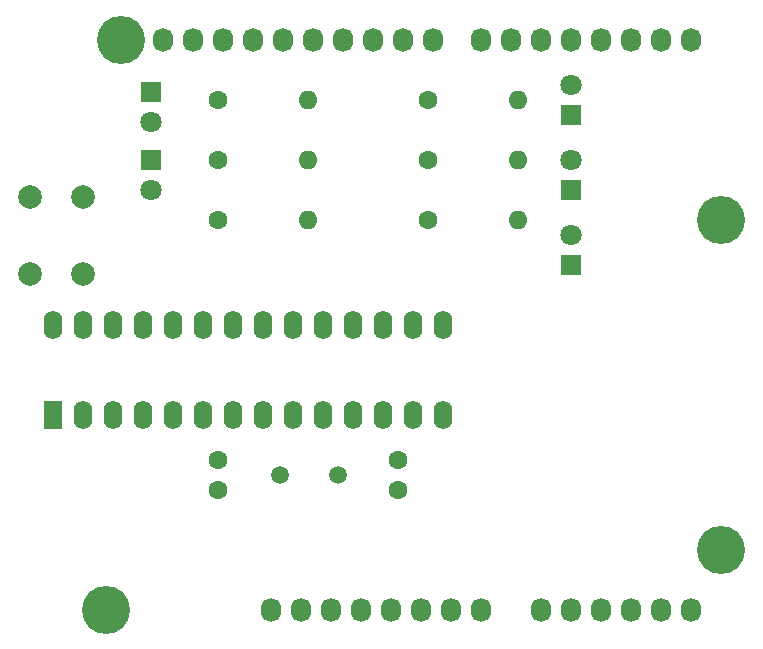
<source format=gbr>
G04 #@! TF.GenerationSoftware,KiCad,Pcbnew,(5.0.0)*
G04 #@! TF.CreationDate,2019-11-08T15:30:58-04:00*
G04 #@! TF.ProjectId,Nueva carpeta,4E7565766120636172706574612E6B69,rev?*
G04 #@! TF.SameCoordinates,Original*
G04 #@! TF.FileFunction,Soldermask,Top*
G04 #@! TF.FilePolarity,Negative*
%FSLAX46Y46*%
G04 Gerber Fmt 4.6, Leading zero omitted, Abs format (unit mm)*
G04 Created by KiCad (PCBNEW (5.0.0)) date 11/08/19 15:30:58*
%MOMM*%
%LPD*%
G01*
G04 APERTURE LIST*
%ADD10R,1.800000X1.800000*%
%ADD11C,1.800000*%
%ADD12C,1.600000*%
%ADD13O,1.600000X1.600000*%
%ADD14R,1.600000X2.400000*%
%ADD15O,1.600000X2.400000*%
%ADD16C,2.000000*%
%ADD17C,1.500000*%
%ADD18O,1.727200X2.032000*%
%ADD19C,4.064000*%
G04 APERTURE END LIST*
D10*
G04 #@! TO.C,D5*
X128778000Y-80010000D03*
D11*
X128778000Y-82550000D03*
G04 #@! TD*
D12*
G04 #@! TO.C,R6*
X134493000Y-80645000D03*
D13*
X142113000Y-80645000D03*
G04 #@! TD*
D14*
G04 #@! TO.C,U1*
X120523000Y-107315000D03*
D15*
X153543000Y-99695000D03*
X123063000Y-107315000D03*
X151003000Y-99695000D03*
X125603000Y-107315000D03*
X148463000Y-99695000D03*
X128143000Y-107315000D03*
X145923000Y-99695000D03*
X130683000Y-107315000D03*
X143383000Y-99695000D03*
X133223000Y-107315000D03*
X140843000Y-99695000D03*
X135763000Y-107315000D03*
X138303000Y-99695000D03*
X138303000Y-107315000D03*
X135763000Y-99695000D03*
X140843000Y-107315000D03*
X133223000Y-99695000D03*
X143383000Y-107315000D03*
X130683000Y-99695000D03*
X145923000Y-107315000D03*
X128143000Y-99695000D03*
X148463000Y-107315000D03*
X125603000Y-99695000D03*
X151003000Y-107315000D03*
X123063000Y-99695000D03*
X153543000Y-107315000D03*
X120523000Y-99695000D03*
G04 #@! TD*
D16*
G04 #@! TO.C,SW1*
X118563000Y-88900000D03*
X123063000Y-88900000D03*
X118563000Y-95400000D03*
X123063000Y-95400000D03*
G04 #@! TD*
D12*
G04 #@! TO.C,C1*
X149733000Y-113665000D03*
X149733000Y-111165000D03*
G04 #@! TD*
G04 #@! TO.C,C2*
X134493000Y-111165000D03*
X134493000Y-113665000D03*
G04 #@! TD*
D17*
G04 #@! TO.C,Y1*
X144653000Y-112395000D03*
X139773000Y-112395000D03*
G04 #@! TD*
D11*
G04 #@! TO.C,D1*
X128778000Y-88265000D03*
D10*
X128778000Y-85725000D03*
G04 #@! TD*
G04 #@! TO.C,D2*
X164338000Y-88265000D03*
D11*
X164338000Y-85725000D03*
G04 #@! TD*
G04 #@! TO.C,D3*
X164338000Y-79375000D03*
D10*
X164338000Y-81915000D03*
G04 #@! TD*
G04 #@! TO.C,D4*
X164338000Y-94615000D03*
D11*
X164338000Y-92075000D03*
G04 #@! TD*
D12*
G04 #@! TO.C,R1*
X134493000Y-90805000D03*
D13*
X142113000Y-90805000D03*
G04 #@! TD*
G04 #@! TO.C,R5*
X159893000Y-90805000D03*
D12*
X152273000Y-90805000D03*
G04 #@! TD*
G04 #@! TO.C,R2*
X134493000Y-85725000D03*
D13*
X142113000Y-85725000D03*
G04 #@! TD*
G04 #@! TO.C,R4*
X159893000Y-80645000D03*
D12*
X152273000Y-80645000D03*
G04 #@! TD*
G04 #@! TO.C,R3*
X152273000Y-85725000D03*
D13*
X159893000Y-85725000D03*
G04 #@! TD*
D18*
G04 #@! TO.C,P1*
X138938000Y-123825000D03*
X141478000Y-123825000D03*
X144018000Y-123825000D03*
X146558000Y-123825000D03*
X149098000Y-123825000D03*
X151638000Y-123825000D03*
X154178000Y-123825000D03*
X156718000Y-123825000D03*
G04 #@! TD*
G04 #@! TO.C,P2*
X161798000Y-123825000D03*
X164338000Y-123825000D03*
X166878000Y-123825000D03*
X169418000Y-123825000D03*
X171958000Y-123825000D03*
X174498000Y-123825000D03*
G04 #@! TD*
G04 #@! TO.C,P3*
X129794000Y-75565000D03*
X132334000Y-75565000D03*
X134874000Y-75565000D03*
X137414000Y-75565000D03*
X139954000Y-75565000D03*
X142494000Y-75565000D03*
X145034000Y-75565000D03*
X147574000Y-75565000D03*
X150114000Y-75565000D03*
X152654000Y-75565000D03*
G04 #@! TD*
G04 #@! TO.C,P4*
X156718000Y-75565000D03*
X159258000Y-75565000D03*
X161798000Y-75565000D03*
X164338000Y-75565000D03*
X166878000Y-75565000D03*
X169418000Y-75565000D03*
X171958000Y-75565000D03*
X174498000Y-75565000D03*
G04 #@! TD*
D19*
G04 #@! TO.C,P5*
X124968000Y-123825000D03*
G04 #@! TD*
G04 #@! TO.C,P6*
X177038000Y-118745000D03*
G04 #@! TD*
G04 #@! TO.C,P7*
X126238000Y-75565000D03*
G04 #@! TD*
G04 #@! TO.C,P8*
X177038000Y-90805000D03*
G04 #@! TD*
M02*

</source>
